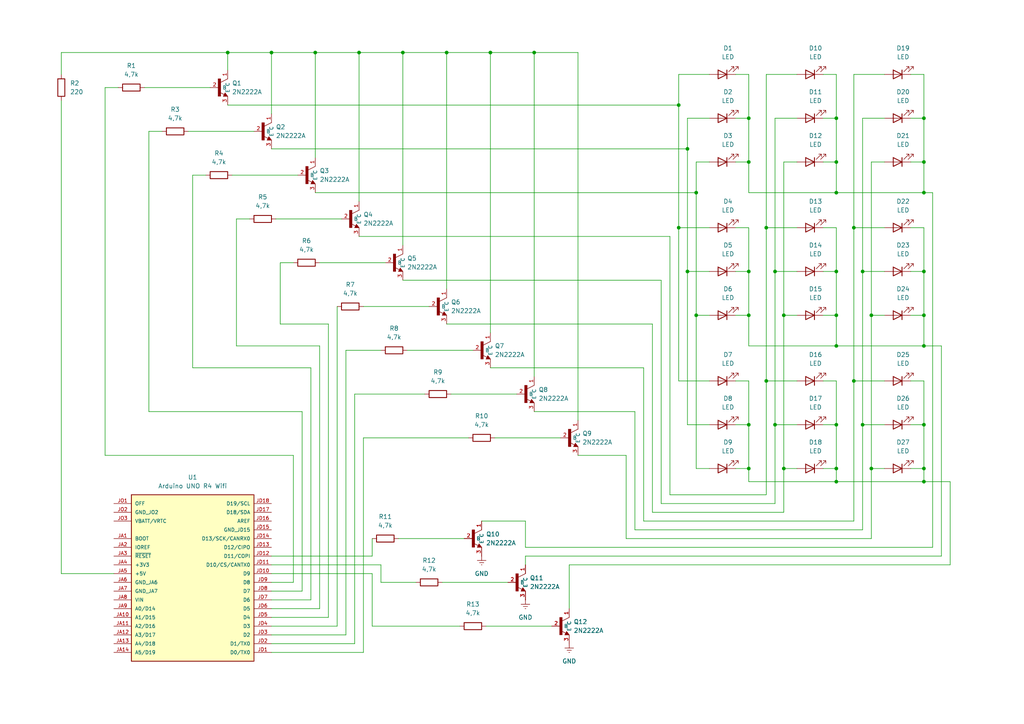
<source format=kicad_sch>
(kicad_sch (version 20231120) (generator "eeschema") (generator_version "8.0")
  (paper "A4")
  (title_block (title "LedCube") (company "kwasek.org Mateusz Kwaśniewicz"))
  (lib_symbols
    (symbol "2N2222A:2N2222A" (pin_names (offset 1.016))
      (property "Reference" "Q" (at -10.16 7.62 0))
      (property "Value" "2N2222A" (at -10.16 -7.62 0))
      (symbol "2N2222A_0_0"
        (rectangle (start -0.254 -2.54) (end 0.508 2.54) (stroke (width 0.1)) (fill (type outline)))
        (polyline (pts (xy 1.54 -2.04) (xy 0.308 -1.424)) (stroke (width 0.1524)))
        (polyline (pts (xy 2.54 2.54) (xy 0.508 1.524)) (stroke (width 0.1524)))
        (polyline (pts (xy 1.27 -2.54) (xy 1.778 -1.524) (xy 2.54 -2.54) (xy 1.27 -2.54)) (stroke (width 0.1524)) (fill (type outline)))
        (pin passive line (at 2.54 5.08 270) (length 2.54) (name "C") (number "1"))
        (pin passive line (at -2.54 0 0) (length 2.54) (name "B") (number "2"))
        (pin passive line (at 2.54 -5.08 90) (length 2.54) (name "E") (number "3"))
      )
    )
    (symbol "ABX00087:ABX00087" (pin_names (offset 1.016))
      (property "Reference" "U" (at -17.78 26.162 0))
      (property "Value" "ABX00087" (at -17.78 -25.4 0))
      (symbol "ABX00087_0_0"
        (rectangle (start -17.78 -22.86) (end 17.78 25.4) (stroke (width 0.254)) (fill (type background)))
        (pin passive line (at -22.86 12.7 0) (length 5.08) (name "BOOT") (number "JA1"))
        (pin bidirectional line (at -22.86 -10.16 0) (length 5.08) (name "A1/D15") (number "JA10"))
        (pin bidirectional line (at -22.86 -12.7 0) (length 5.08) (name "A2/D16") (number "JA11"))
        (pin bidirectional line (at -22.86 -15.24 0) (length 5.08) (name "A3/D17") (number "JA12"))
        (pin bidirectional line (at -22.86 -17.78 0) (length 5.08) (name "A4/D18") (number "JA13"))
        (pin bidirectional line (at -22.86 -20.32 0) (length 5.08) (name "A5/D19") (number "JA14"))
        (pin input line (at -22.86 10.16 0) (length 5.08) (name "IOREF") (number "JA2"))
        (pin input line (at -22.86 7.62 0) (length 5.08) (name "~{RESET}") (number "JA3"))
        (pin power_in line (at -22.86 5.08 0) (length 5.08) (name "+3V3") (number "JA4"))
        (pin power_in line (at -22.86 2.54 0) (length 5.08) (name "+5V") (number "JA5"))
        (pin power_in line (at -22.86 0 0) (length 5.08) (name "GND_JA6") (number "JA6"))
        (pin power_in line (at -22.86 -2.54 0) (length 5.08) (name "GND_JA7") (number "JA7"))
        (pin power_in line (at -22.86 -5.08 0) (length 5.08) (name "VIN") (number "JA8"))
        (pin bidirectional line (at -22.86 -7.62 0) (length 5.08) (name "A0/D14") (number "JA9"))
        (pin bidirectional line (at 22.86 -20.32 180) (length 5.08) (name "D0/TX0") (number "JD1"))
        (pin bidirectional line (at 22.86 2.54 180) (length 5.08) (name "D9") (number "JD10"))
        (pin bidirectional line (at 22.86 5.08 180) (length 5.08) (name "D10/CS/CANTX0") (number "JD11"))
        (pin bidirectional line (at 22.86 7.62 180) (length 5.08) (name "D11/COPI") (number "JD12"))
        (pin bidirectional line (at 22.86 10.16 180) (length 5.08) (name "D12/CIPO") (number "JD13"))
        (pin bidirectional line (at 22.86 12.7 180) (length 5.08) (name "D13/SCK/CANRX0") (number "JD14"))
        (pin power_in line (at 22.86 15.24 180) (length 5.08) (name "GND_JD15") (number "JD15"))
        (pin input line (at 22.86 17.78 180) (length 5.08) (name "AREF") (number "JD16"))
        (pin bidirectional line (at 22.86 20.32 180) (length 5.08) (name "D18/SDA") (number "JD17"))
        (pin bidirectional line (at 22.86 22.86 180) (length 5.08) (name "D19/SCL") (number "JD18"))
        (pin bidirectional line (at 22.86 -17.78 180) (length 5.08) (name "D1/TX0") (number "JD2"))
        (pin bidirectional line (at 22.86 -15.24 180) (length 5.08) (name "D2") (number "JD3"))
        (pin bidirectional line (at 22.86 -12.7 180) (length 5.08) (name "D3") (number "JD4"))
        (pin bidirectional line (at 22.86 -10.16 180) (length 5.08) (name "D4") (number "JD5"))
        (pin bidirectional line (at 22.86 -7.62 180) (length 5.08) (name "D5") (number "JD6"))
        (pin bidirectional line (at 22.86 -5.08 180) (length 5.08) (name "D6") (number "JD7"))
        (pin bidirectional line (at 22.86 -2.54 180) (length 5.08) (name "D7") (number "JD8"))
        (pin bidirectional line (at 22.86 0 180) (length 5.08) (name "D8") (number "JD9"))
        (pin input line (at -22.86 22.86 0) (length 5.08) (name "OFF") (number "JO1"))
        (pin power_in line (at -22.86 20.32 0) (length 5.08) (name "GND_JO2") (number "JO2"))
        (pin power_in line (at -22.86 17.78 0) (length 5.08) (name "VBATT/VRTC") (number "JO3"))
      )
    )
    (symbol "Device:LED" (pin_numbers hide) (pin_names (offset 1.016) hide)
      (property "Reference" "D" (at 0 2.54 0))
      (property "Value" "LED" (at 0 -2.54 0))
      (symbol "LED_0_1"
        (polyline (pts (xy -1.27 -1.27) (xy -1.27 1.27)) (stroke (width 0.254)))
        (polyline (pts (xy -1.27 0) (xy 1.27 0)))
        (polyline (pts (xy 1.27 -1.27) (xy 1.27 1.27) (xy -1.27 0) (xy 1.27 -1.27)) (stroke (width 0.254)))
        (polyline (pts (xy -3.048 -0.762) (xy -4.572 -2.286) (xy -3.81 -2.286) (xy -4.572 -2.286) (xy -4.572 -1.524)))
        (polyline (pts (xy -1.778 -0.762) (xy -3.302 -2.286) (xy -2.54 -2.286) (xy -3.302 -2.286) (xy -3.302 -1.524)))
      )
      (symbol "LED_1_1"
        (pin passive line (at -3.81 0 0) (length 2.54) (name "K") (number "1"))
        (pin passive line (at 3.81 0 180) (length 2.54) (name "A") (number "2"))
      )
    )
    (symbol "Device:R" (pin_numbers hide) (pin_names (offset 0))
      (property "Reference" "R" (at 2.032 0 90))
      (property "Value" "R" (at 0 0 90))
      (symbol "R_0_1"
        (rectangle (start -1.016 -2.54) (end 1.016 2.54) (stroke (width 0.254)))
      )
      (symbol "R_1_1"
        (pin passive line (at 0 3.81 270) (length 1.27) (name "~") (number "1"))
        (pin passive line (at 0 -3.81 90) (length 1.27) (name "~") (number "2"))
      )
    )
    (symbol "power:Earth" (power) (pin_numbers hide) (pin_names (offset 0) hide)
      (property "Value" "Earth" (at 0 -3.81 0))
      (symbol "Earth_0_1"
        (polyline (pts (xy -0.635 -1.905) (xy 0.635 -1.905)))
        (polyline (pts (xy -0.127 -2.54) (xy 0.127 -2.54)))
        (polyline (pts (xy 0 -1.27) (xy 0 0)))
        (polyline (pts (xy 1.27 -1.27) (xy -1.27 -1.27)))
      )
      (symbol "Earth_1_1"
        (pin power_in line (at 0 0 270) (length 0) (name "~") (number "1"))
      )
    )
  )
  (junction (at 242.57 55.88))
  (junction (at 154.94 15.24))
  (junction (at 142.24 15.24))
  (junction (at 217.17 91.44))
  (junction (at 267.97 91.44))
  (junction (at 247.65 66.04))
  (junction (at 242.57 139.7))
  (junction (at 217.17 135.89))
  (junction (at 267.97 135.89))
  (junction (at 222.25 110.49))
  (junction (at 224.79 78.74))
  (junction (at 199.39 43.18))
  (junction (at 91.44 15.24))
  (junction (at 252.73 91.44))
  (junction (at 104.14 15.24))
  (junction (at 242.57 78.74))
  (junction (at 196.85 30.48))
  (junction (at 217.17 34.29))
  (junction (at 222.25 66.04))
  (junction (at 199.39 78.74))
  (junction (at 267.97 123.19))
  (junction (at 267.97 78.74))
  (junction (at 201.93 55.88))
  (junction (at 224.79 123.19))
  (junction (at 129.54 15.24))
  (junction (at 250.19 123.19))
  (junction (at 242.57 100.33))
  (junction (at 116.84 15.24))
  (junction (at 267.97 139.7))
  (junction (at 242.57 123.19))
  (junction (at 252.73 135.89))
  (junction (at 217.17 123.19))
  (junction (at 242.57 46.99))
  (junction (at 250.19 78.74))
  (junction (at 267.97 34.29))
  (junction (at 217.17 46.99))
  (junction (at 217.17 78.74))
  (junction (at 227.33 135.89))
  (junction (at 227.33 91.44))
  (junction (at 242.57 91.44))
  (junction (at 201.93 91.44))
  (junction (at 242.57 34.29))
  (junction (at 247.65 110.49))
  (junction (at 267.97 100.33))
  (junction (at 242.57 135.89))
  (junction (at 196.85 66.04))
  (junction (at 66.04 15.24))
  (junction (at 267.97 46.99))
  (junction (at 78.74 15.24))
  (junction (at 267.97 55.88))
  (wire (pts (xy 242.57 21.59) (xy 242.57 34.29)))
  (wire (pts (xy 199.39 123.19) (xy 205.74 123.19)))
  (wire (pts (xy 224.79 123.19) (xy 231.14 123.19)))
  (wire (pts (xy 152.4 161.29) (xy 152.4 163.83)))
  (wire (pts (xy 186.69 151.13) (xy 247.65 151.13)))
  (wire (pts (xy 252.73 46.99) (xy 252.73 91.44)))
  (wire (pts (xy 181.61 156.21) (xy 252.73 156.21)))
  (wire (pts (xy 85.09 132.08) (xy 30.48 132.08)))
  (wire (pts (xy 100.33 184.15) (xy 100.33 101.6)))
  (wire (pts (xy 189.23 148.59) (xy 227.33 148.59)))
  (wire (pts (xy 242.57 100.33) (xy 267.97 100.33)))
  (wire (pts (xy 78.74 186.69) (xy 102.87 186.69)))
  (wire (pts (xy 68.58 100.33) (xy 92.71 100.33)))
  (wire (pts (xy 87.63 119.38) (xy 43.18 119.38)))
  (wire (pts (xy 267.97 110.49) (xy 267.97 123.19)))
  (wire (pts (xy 273.05 100.33) (xy 273.05 161.29)))
  (wire (pts (xy 227.33 91.44) (xy 231.14 91.44)))
  (wire (pts (xy 105.41 88.9) (xy 124.46 88.9)))
  (wire (pts (xy 217.17 123.19) (xy 217.17 135.89)))
  (wire (pts (xy 17.78 15.24) (xy 66.04 15.24)))
  (wire (pts (xy 105.41 127) (xy 135.89 127)))
  (wire (pts (xy 110.49 168.91) (xy 120.65 168.91)))
  (wire (pts (xy 129.54 15.24) (xy 142.24 15.24)))
  (wire (pts (xy 213.36 110.49) (xy 217.17 110.49)))
  (wire (pts (xy 72.39 63.5) (xy 68.58 63.5)))
  (wire (pts (xy 205.74 46.99) (xy 201.93 46.99)))
  (wire (pts (xy 78.74 171.45) (xy 87.63 171.45)))
  (wire (pts (xy 66.04 30.48) (xy 196.85 30.48)))
  (wire (pts (xy 238.76 34.29) (xy 242.57 34.29)))
  (wire (pts (xy 199.39 78.74) (xy 205.74 78.74)))
  (wire (pts (xy 213.36 21.59) (xy 217.17 21.59)))
  (wire (pts (xy 196.85 66.04) (xy 196.85 110.49)))
  (wire (pts (xy 167.64 15.24) (xy 167.64 121.92)))
  (wire (pts (xy 104.14 15.24) (xy 116.84 15.24)))
  (wire (pts (xy 264.16 46.99) (xy 267.97 46.99)))
  (wire (pts (xy 59.69 50.8) (xy 55.88 50.8)))
  (wire (pts (xy 238.76 78.74) (xy 242.57 78.74)))
  (wire (pts (xy 90.17 106.68) (xy 90.17 173.99)))
  (wire (pts (xy 222.25 110.49) (xy 222.25 143.51)))
  (wire (pts (xy 242.57 135.89) (xy 242.57 139.7)))
  (wire (pts (xy 238.76 135.89) (xy 242.57 135.89)))
  (wire (pts (xy 66.04 15.24) (xy 78.74 15.24)))
  (wire (pts (xy 130.81 114.3) (xy 149.86 114.3)))
  (wire (pts (xy 78.74 184.15) (xy 100.33 184.15)))
  (wire (pts (xy 41.91 25.4) (xy 60.96 25.4)))
  (wire (pts (xy 217.17 100.33) (xy 242.57 100.33)))
  (wire (pts (xy 91.44 55.88) (xy 201.93 55.88)))
  (wire (pts (xy 201.93 46.99) (xy 201.93 55.88)))
  (wire (pts (xy 250.19 78.74) (xy 250.19 123.19)))
  (wire (pts (xy 118.11 101.6) (xy 137.16 101.6)))
  (wire (pts (xy 264.16 110.49) (xy 267.97 110.49)))
  (wire (pts (xy 143.51 127) (xy 162.56 127)))
  (wire (pts (xy 275.59 139.7) (xy 275.59 163.83)))
  (wire (pts (xy 191.77 146.05) (xy 224.79 146.05)))
  (wire (pts (xy 196.85 30.48) (xy 196.85 66.04)))
  (wire (pts (xy 17.78 29.21) (xy 17.78 166.37)))
  (wire (pts (xy 250.19 34.29) (xy 250.19 78.74)))
  (wire (pts (xy 102.87 114.3) (xy 123.19 114.3)))
  (wire (pts (xy 43.18 119.38) (xy 43.18 38.1)))
  (wire (pts (xy 227.33 135.89) (xy 231.14 135.89)))
  (wire (pts (xy 264.16 34.29) (xy 267.97 34.29)))
  (wire (pts (xy 55.88 106.68) (xy 90.17 106.68)))
  (wire (pts (xy 78.74 189.23) (xy 105.41 189.23)))
  (wire (pts (xy 222.25 66.04) (xy 231.14 66.04)))
  (wire (pts (xy 242.57 46.99) (xy 242.57 55.88)))
  (wire (pts (xy 43.18 38.1) (xy 46.99 38.1)))
  (wire (pts (xy 154.94 15.24) (xy 154.94 109.22)))
  (wire (pts (xy 128.27 168.91) (xy 147.32 168.91)))
  (wire (pts (xy 227.33 135.89) (xy 227.33 148.59)))
  (wire (pts (xy 247.65 66.04) (xy 247.65 110.49)))
  (wire (pts (xy 256.54 21.59) (xy 247.65 21.59)))
  (wire (pts (xy 55.88 50.8) (xy 55.88 106.68)))
  (wire (pts (xy 30.48 132.08) (xy 30.48 25.4)))
  (wire (pts (xy 267.97 91.44) (xy 267.97 100.33)))
  (wire (pts (xy 80.01 63.5) (xy 99.06 63.5)))
  (wire (pts (xy 78.74 163.83) (xy 110.49 163.83)))
  (wire (pts (xy 213.36 135.89) (xy 217.17 135.89)))
  (wire (pts (xy 139.7 151.13) (xy 152.4 151.13)))
  (wire (pts (xy 227.33 91.44) (xy 227.33 135.89)))
  (wire (pts (xy 224.79 78.74) (xy 224.79 123.19)))
  (wire (pts (xy 194.31 143.51) (xy 222.25 143.51)))
  (wire (pts (xy 184.15 119.38) (xy 184.15 153.67)))
  (wire (pts (xy 247.65 66.04) (xy 256.54 66.04)))
  (wire (pts (xy 104.14 15.24) (xy 104.14 58.42)))
  (wire (pts (xy 191.77 81.28) (xy 191.77 146.05)))
  (wire (pts (xy 217.17 110.49) (xy 217.17 123.19)))
  (wire (pts (xy 270.51 55.88) (xy 270.51 158.75)))
  (wire (pts (xy 252.73 135.89) (xy 256.54 135.89)))
  (wire (pts (xy 267.97 135.89) (xy 267.97 139.7)))
  (wire (pts (xy 87.63 171.45) (xy 87.63 119.38)))
  (wire (pts (xy 238.76 91.44) (xy 242.57 91.44)))
  (wire (pts (xy 217.17 34.29) (xy 217.17 46.99)))
  (wire (pts (xy 78.74 176.53) (xy 92.71 176.53)))
  (wire (pts (xy 238.76 21.59) (xy 242.57 21.59)))
  (wire (pts (xy 252.73 91.44) (xy 256.54 91.44)))
  (wire (pts (xy 165.1 163.83) (xy 275.59 163.83)))
  (wire (pts (xy 222.25 110.49) (xy 231.14 110.49)))
  (wire (pts (xy 107.95 166.37) (xy 107.95 181.61)))
  (wire (pts (xy 242.57 66.04) (xy 242.57 78.74)))
  (wire (pts (xy 213.36 34.29) (xy 217.17 34.29)))
  (wire (pts (xy 68.58 63.5) (xy 68.58 100.33)))
  (wire (pts (xy 78.74 181.61) (xy 97.79 181.61)))
  (wire (pts (xy 252.73 91.44) (xy 252.73 135.89)))
  (wire (pts (xy 213.36 66.04) (xy 217.17 66.04)))
  (wire (pts (xy 267.97 46.99) (xy 267.97 55.88)))
  (wire (pts (xy 17.78 166.37) (xy 33.02 166.37)))
  (wire (pts (xy 264.16 91.44) (xy 267.97 91.44)))
  (wire (pts (xy 247.65 21.59) (xy 247.65 66.04)))
  (wire (pts (xy 264.16 66.04) (xy 267.97 66.04)))
  (wire (pts (xy 224.79 34.29) (xy 224.79 78.74)))
  (wire (pts (xy 238.76 46.99) (xy 242.57 46.99)))
  (wire (pts (xy 217.17 139.7) (xy 242.57 139.7)))
  (wire (pts (xy 250.19 123.19) (xy 256.54 123.19)))
  (wire (pts (xy 201.93 55.88) (xy 201.93 91.44)))
  (wire (pts (xy 267.97 139.7) (xy 275.59 139.7)))
  (wire (pts (xy 224.79 78.74) (xy 231.14 78.74)))
  (wire (pts (xy 67.31 50.8) (xy 86.36 50.8)))
  (wire (pts (xy 199.39 43.18) (xy 199.39 78.74)))
  (wire (pts (xy 213.36 46.99) (xy 217.17 46.99)))
  (wire (pts (xy 54.61 38.1) (xy 73.66 38.1)))
  (wire (pts (xy 267.97 21.59) (xy 267.97 34.29)))
  (wire (pts (xy 264.16 78.74) (xy 267.97 78.74)))
  (wire (pts (xy 222.25 66.04) (xy 222.25 110.49)))
  (wire (pts (xy 81.28 76.2) (xy 81.28 93.98)))
  (wire (pts (xy 205.74 34.29) (xy 199.39 34.29)))
  (wire (pts (xy 238.76 123.19) (xy 242.57 123.19)))
  (wire (pts (xy 242.57 139.7) (xy 267.97 139.7)))
  (wire (pts (xy 102.87 186.69) (xy 102.87 114.3)))
  (wire (pts (xy 231.14 21.59) (xy 222.25 21.59)))
  (wire (pts (xy 184.15 153.67) (xy 250.19 153.67)))
  (wire (pts (xy 242.57 110.49) (xy 242.57 123.19)))
  (wire (pts (xy 78.74 43.18) (xy 199.39 43.18)))
  (wire (pts (xy 116.84 81.28) (xy 191.77 81.28)))
  (wire (pts (xy 129.54 15.24) (xy 129.54 83.82)))
  (wire (pts (xy 217.17 91.44) (xy 217.17 100.33)))
  (wire (pts (xy 250.19 123.19) (xy 250.19 153.67)))
  (wire (pts (xy 140.97 181.61) (xy 160.02 181.61)))
  (wire (pts (xy 78.74 168.91) (xy 85.09 168.91)))
  (wire (pts (xy 104.14 68.58) (xy 194.31 68.58)))
  (wire (pts (xy 264.16 21.59) (xy 267.97 21.59)))
  (wire (pts (xy 196.85 21.59) (xy 196.85 30.48)))
  (wire (pts (xy 217.17 78.74) (xy 217.17 91.44)))
  (wire (pts (xy 85.09 76.2) (xy 81.28 76.2)))
  (wire (pts (xy 78.74 179.07) (xy 95.25 179.07)))
  (wire (pts (xy 252.73 135.89) (xy 252.73 156.21)))
  (wire (pts (xy 194.31 68.58) (xy 194.31 143.51)))
  (wire (pts (xy 110.49 163.83) (xy 110.49 168.91)))
  (wire (pts (xy 267.97 55.88) (xy 270.51 55.88)))
  (wire (pts (xy 242.57 123.19) (xy 242.57 135.89)))
  (wire (pts (xy 256.54 34.29) (xy 250.19 34.29)))
  (wire (pts (xy 199.39 34.29) (xy 199.39 43.18)))
  (wire (pts (xy 107.95 181.61) (xy 133.35 181.61)))
  (wire (pts (xy 142.24 106.68) (xy 186.69 106.68)))
  (wire (pts (xy 116.84 15.24) (xy 129.54 15.24)))
  (wire (pts (xy 78.74 33.02) (xy 78.74 15.24)))
  (wire (pts (xy 78.74 173.99) (xy 90.17 173.99)))
  (wire (pts (xy 167.64 132.08) (xy 181.61 132.08)))
  (wire (pts (xy 97.79 88.9) (xy 97.79 181.61)))
  (wire (pts (xy 186.69 106.68) (xy 186.69 151.13)))
  (wire (pts (xy 154.94 119.38) (xy 184.15 119.38)))
  (wire (pts (xy 92.71 76.2) (xy 111.76 76.2)))
  (wire (pts (xy 154.94 15.24) (xy 167.64 15.24)))
  (wire (pts (xy 196.85 66.04) (xy 205.74 66.04)))
  (wire (pts (xy 217.17 55.88) (xy 242.57 55.88)))
  (wire (pts (xy 222.25 21.59) (xy 222.25 66.04)))
  (wire (pts (xy 217.17 21.59) (xy 217.17 34.29)))
  (wire (pts (xy 224.79 123.19) (xy 224.79 146.05)))
  (wire (pts (xy 247.65 110.49) (xy 247.65 151.13)))
  (wire (pts (xy 242.57 91.44) (xy 242.57 100.33)))
  (wire (pts (xy 100.33 101.6) (xy 110.49 101.6)))
  (wire (pts (xy 267.97 34.29) (xy 267.97 46.99)))
  (wire (pts (xy 227.33 46.99) (xy 227.33 91.44)))
  (wire (pts (xy 142.24 15.24) (xy 154.94 15.24)))
  (wire (pts (xy 91.44 15.24) (xy 104.14 15.24)))
  (wire (pts (xy 238.76 66.04) (xy 242.57 66.04)))
  (wire (pts (xy 264.16 123.19) (xy 267.97 123.19)))
  (wire (pts (xy 242.57 55.88) (xy 267.97 55.88)))
  (wire (pts (xy 152.4 158.75) (xy 270.51 158.75)))
  (wire (pts (xy 217.17 66.04) (xy 217.17 78.74)))
  (wire (pts (xy 142.24 15.24) (xy 142.24 96.52)))
  (wire (pts (xy 217.17 46.99) (xy 217.17 55.88)))
  (wire (pts (xy 231.14 46.99) (xy 227.33 46.99)))
  (wire (pts (xy 267.97 66.04) (xy 267.97 78.74)))
  (wire (pts (xy 267.97 100.33) (xy 273.05 100.33)))
  (wire (pts (xy 91.44 15.24) (xy 91.44 45.72)))
  (wire (pts (xy 189.23 93.98) (xy 189.23 148.59)))
  (wire (pts (xy 95.25 93.98) (xy 95.25 179.07)))
  (wire (pts (xy 250.19 78.74) (xy 256.54 78.74)))
  (wire (pts (xy 129.54 93.98) (xy 189.23 93.98)))
  (wire (pts (xy 181.61 132.08) (xy 181.61 156.21)))
  (wire (pts (xy 30.48 25.4) (xy 34.29 25.4)))
  (wire (pts (xy 201.93 91.44) (xy 201.93 135.89)))
  (wire (pts (xy 152.4 161.29) (xy 273.05 161.29)))
  (wire (pts (xy 213.36 123.19) (xy 217.17 123.19)))
  (wire (pts (xy 217.17 135.89) (xy 217.17 139.7)))
  (wire (pts (xy 201.93 91.44) (xy 205.74 91.44)))
  (wire (pts (xy 92.71 100.33) (xy 92.71 176.53)))
  (wire (pts (xy 107.95 156.21) (xy 107.95 161.29)))
  (wire (pts (xy 81.28 93.98) (xy 95.25 93.98)))
  (wire (pts (xy 267.97 78.74) (xy 267.97 91.44)))
  (wire (pts (xy 213.36 91.44) (xy 217.17 91.44)))
  (wire (pts (xy 264.16 135.89) (xy 267.97 135.89)))
  (wire (pts (xy 152.4 158.75) (xy 152.4 151.13)))
  (wire (pts (xy 242.57 34.29) (xy 242.57 46.99)))
  (wire (pts (xy 267.97 123.19) (xy 267.97 135.89)))
  (wire (pts (xy 201.93 135.89) (xy 205.74 135.89)))
  (wire (pts (xy 256.54 46.99) (xy 252.73 46.99)))
  (wire (pts (xy 196.85 110.49) (xy 205.74 110.49)))
  (wire (pts (xy 17.78 21.59) (xy 17.78 15.24)))
  (wire (pts (xy 238.76 110.49) (xy 242.57 110.49)))
  (wire (pts (xy 85.09 168.91) (xy 85.09 132.08)))
  (wire (pts (xy 116.84 15.24) (xy 116.84 71.12)))
  (wire (pts (xy 66.04 15.24) (xy 66.04 20.32)))
  (wire (pts (xy 242.57 78.74) (xy 242.57 91.44)))
  (wire (pts (xy 78.74 161.29) (xy 107.95 161.29)))
  (wire (pts (xy 78.74 15.24) (xy 91.44 15.24)))
  (wire (pts (xy 105.41 189.23) (xy 105.41 127)))
  (wire (pts (xy 199.39 78.74) (xy 199.39 123.19)))
  (wire (pts (xy 165.1 163.83) (xy 165.1 176.53)))
  (wire (pts (xy 231.14 34.29) (xy 224.79 34.29)))
  (wire (pts (xy 247.65 110.49) (xy 256.54 110.49)))
  (wire (pts (xy 78.74 166.37) (xy 107.95 166.37)))
  (wire (pts (xy 115.57 156.21) (xy 134.62 156.21)))
  (wire (pts (xy 205.74 21.59) (xy 196.85 21.59)))
  (wire (pts (xy 213.36 78.74) (xy 217.17 78.74)))
  (symbol (lib_id "Device:LED") (at 209.55 78.74 180) (unit 1)
    (property "Reference" "D5" (at 211.1375 71.12 0))
    (property "Value" "LED" (at 211.1375 73.66 0))
    (property "Description" "Light emitting diode" (effects (hide yes)))
  )
  (symbol (lib_id "2N2222A:2N2222A") (at 76.2 38.1 0) (unit 1)
    (property "Reference" "Q2" (at 80.01 36.8299 0) (effects (justify left)))
    (property "Value" "2N2222A" (at 80.01 39.3699 0) (effects (justify left)))
    (property "Footprint" "2N2222A:TO92254P470H750-3" (effects (hide yes)))
    (property "MF" "Diotec Semiconductor" (effects (hide yes)))
    (property "SNAPEDA_PACKAGE_ID" "121774" (effects (hide yes)))
    (property "Package" "TO-92 Diotec" (effects (hide yes)))
    (property "Price" "None" (effects (hide yes)))
    (property "Check_prices" "https://www.snapeda.com/parts/2N2222A/Diotec/view-part/?ref=eda" (effects (hide yes)))
    (property "STANDARD" "IPC 7351B" (effects (hide yes)))
    (property "PARTREV" "N/A" (effects (hide yes)))
    (property "SnapEDA_Link" "https://www.snapeda.com/parts/2N2222A/Diotec/view-part/?ref=snap" (effects (hide yes)))
    (property "MP" "2N2222A" (effects (hide yes)))
    (property "Description_1" "\n                      \n                            BJT, TO-92, 40V, 600mA, NPN, 0.625W, 150°C\n                      \n" (effects (hide yes)))
    (property "MANUFACTURER" "Diotec Semiconductor" (effects (hide yes)))
    (property "Availability" "In Stock" (effects (hide yes)))
    (property "MAXIMUM_PACKAGE_HEIGHT" "7.5 mm" (effects (hide yes)))
  )
  (symbol (lib_id "Device:LED") (at 234.95 34.29 180) (unit 1)
    (property "Reference" "D11" (at 236.5375 26.67 0))
    (property "Value" "LED" (at 236.5375 29.21 0))
    (property "Description" "Light emitting diode" (effects (hide yes)))
  )
  (symbol (lib_id "Device:R") (at 114.3 101.6 90) (unit 1)
    (property "Reference" "R8" (at 114.3 95.25 90))
    (property "Value" "4,7k" (at 114.3 97.79 90))
    (property "Description" "Resistor" (effects (hide yes)))
  )
  (symbol (lib_id "2N2222A:2N2222A") (at 152.4 114.3 0) (unit 1)
    (property "Reference" "Q8" (at 156.21 113.0299 0) (effects (justify left)))
    (property "Value" "2N2222A" (at 156.21 115.5699 0) (effects (justify left)))
    (property "Footprint" "2N2222A:TO92254P470H750-3" (effects (hide yes)))
    (property "MF" "Diotec Semiconductor" (effects (hide yes)))
    (property "SNAPEDA_PACKAGE_ID" "121774" (effects (hide yes)))
    (property "Package" "TO-92 Diotec" (effects (hide yes)))
    (property "Price" "None" (effects (hide yes)))
    (property "Check_prices" "https://www.snapeda.com/parts/2N2222A/Diotec/view-part/?ref=eda" (effects (hide yes)))
    (property "STANDARD" "IPC 7351B" (effects (hide yes)))
    (property "PARTREV" "N/A" (effects (hide yes)))
    (property "SnapEDA_Link" "https://www.snapeda.com/parts/2N2222A/Diotec/view-part/?ref=snap" (effects (hide yes)))
    (property "MP" "2N2222A" (effects (hide yes)))
    (property "Description_1" "\n                      \n                            BJT, TO-92, 40V, 600mA, NPN, 0.625W, 150°C\n                      \n" (effects (hide yes)))
    (property "MANUFACTURER" "Diotec Semiconductor" (effects (hide yes)))
    (property "Availability" "In Stock" (effects (hide yes)))
    (property "MAXIMUM_PACKAGE_HEIGHT" "7.5 mm" (effects (hide yes)))
  )
  (symbol (lib_id "Device:R") (at 137.16 181.61 90) (unit 1)
    (property "Reference" "R13" (at 137.16 175.26 90))
    (property "Value" "4,7k" (at 137.16 177.8 90))
    (property "Description" "Resistor" (effects (hide yes)))
  )
  (symbol (lib_id "Device:LED") (at 260.35 135.89 180) (unit 1)
    (property "Reference" "D27" (at 261.9375 128.27 0))
    (property "Value" "LED" (at 261.9375 130.81 0))
    (property "Description" "Light emitting diode" (effects (hide yes)))
  )
  (symbol (lib_id "Device:LED") (at 234.95 123.19 180) (unit 1)
    (property "Reference" "D17" (at 236.5375 115.57 0))
    (property "Value" "LED" (at 236.5375 118.11 0))
    (property "Description" "Light emitting diode" (effects (hide yes)))
  )
  (symbol (lib_id "2N2222A:2N2222A") (at 127 88.9 0) (unit 1)
    (property "Reference" "Q6" (at 130.81 87.6299 0) (effects (justify left)))
    (property "Value" "2N2222A" (at 130.81 90.1699 0) (effects (justify left)))
    (property "Footprint" "2N2222A:TO92254P470H750-3" (effects (hide yes)))
    (property "MF" "Diotec Semiconductor" (effects (hide yes)))
    (property "SNAPEDA_PACKAGE_ID" "121774" (effects (hide yes)))
    (property "Package" "TO-92 Diotec" (effects (hide yes)))
    (property "Price" "None" (effects (hide yes)))
    (property "Check_prices" "https://www.snapeda.com/parts/2N2222A/Diotec/view-part/?ref=eda" (effects (hide yes)))
    (property "STANDARD" "IPC 7351B" (effects (hide yes)))
    (property "PARTREV" "N/A" (effects (hide yes)))
    (property "SnapEDA_Link" "https://www.snapeda.com/parts/2N2222A/Diotec/view-part/?ref=snap" (effects (hide yes)))
    (property "MP" "2N2222A" (effects (hide yes)))
    (property "Description_1" "\n                      \n                            BJT, TO-92, 40V, 600mA, NPN, 0.625W, 150°C\n                      \n" (effects (hide yes)))
    (property "MANUFACTURER" "Diotec Semiconductor" (effects (hide yes)))
    (property "Availability" "In Stock" (effects (hide yes)))
    (property "MAXIMUM_PACKAGE_HEIGHT" "7.5 mm" (effects (hide yes)))
  )
  (symbol (lib_id "Device:R") (at 38.1 25.4 90) (unit 1)
    (property "Reference" "R1" (at 38.1 19.05 90))
    (property "Value" "4,7k" (at 38.1 21.59 90))
    (property "Description" "Resistor" (effects (hide yes)))
  )
  (symbol (lib_id "Device:R") (at 76.2 63.5 90) (unit 1)
    (property "Reference" "R5" (at 76.2 57.15 90))
    (property "Value" "4,7k" (at 76.2 59.69 90))
    (property "Description" "Resistor" (effects (hide yes)))
  )
  (symbol (lib_id "2N2222A:2N2222A") (at 165.1 127 0) (unit 1)
    (property "Reference" "Q9" (at 168.91 125.7299 0) (effects (justify left)))
    (property "Value" "2N2222A" (at 168.91 128.2699 0) (effects (justify left)))
    (property "Footprint" "2N2222A:TO92254P470H750-3" (effects (hide yes)))
    (property "MF" "Diotec Semiconductor" (effects (hide yes)))
    (property "SNAPEDA_PACKAGE_ID" "121774" (effects (hide yes)))
    (property "Package" "TO-92 Diotec" (effects (hide yes)))
    (property "Price" "None" (effects (hide yes)))
    (property "Check_prices" "https://www.snapeda.com/parts/2N2222A/Diotec/view-part/?ref=eda" (effects (hide yes)))
    (property "STANDARD" "IPC 7351B" (effects (hide yes)))
    (property "PARTREV" "N/A" (effects (hide yes)))
    (property "SnapEDA_Link" "https://www.snapeda.com/parts/2N2222A/Diotec/view-part/?ref=snap" (effects (hide yes)))
    (property "MP" "2N2222A" (effects (hide yes)))
    (property "Description_1" "\n                      \n                            BJT, TO-92, 40V, 600mA, NPN, 0.625W, 150°C\n                      \n" (effects (hide yes)))
    (property "MANUFACTURER" "Diotec Semiconductor" (effects (hide yes)))
    (property "Availability" "In Stock" (effects (hide yes)))
    (property "MAXIMUM_PACKAGE_HEIGHT" "7.5 mm" (effects (hide yes)))
  )
  (symbol (lib_id "Device:R") (at 50.8 38.1 90) (unit 1)
    (property "Reference" "R3" (at 50.8 31.75 90))
    (property "Value" "4,7k" (at 50.8 34.29 90))
    (property "Description" "Resistor" (effects (hide yes)))
  )
  (symbol (lib_id "Device:LED") (at 260.35 66.04 180) (unit 1)
    (property "Reference" "D22" (at 261.9375 58.42 0))
    (property "Value" "LED" (at 261.9375 60.96 0))
    (property "Description" "Light emitting diode" (effects (hide yes)))
  )
  (symbol (lib_id "power:Earth") (at 165.1 186.69 0) (unit 1)
    (property "Reference" "#PWR03" (effects (hide yes)))
    (property "Value" "GND" (at 165.1 191.77 0))
    (property "Description" "Power symbol creates a global label with name \"Earth\"" (effects (hide yes)))
  )
  (symbol (lib_id "2N2222A:2N2222A") (at 139.7 101.6 0) (unit 1)
    (property "Reference" "Q7" (at 143.51 100.3299 0) (effects (justify left)))
    (property "Value" "2N2222A" (at 143.51 102.8699 0) (effects (justify left)))
    (property "Footprint" "2N2222A:TO92254P470H750-3" (effects (hide yes)))
    (property "MF" "Diotec Semiconductor" (effects (hide yes)))
    (property "SNAPEDA_PACKAGE_ID" "121774" (effects (hide yes)))
    (property "Package" "TO-92 Diotec" (effects (hide yes)))
    (property "Price" "None" (effects (hide yes)))
    (property "Check_prices" "https://www.snapeda.com/parts/2N2222A/Diotec/view-part/?ref=eda" (effects (hide yes)))
    (property "STANDARD" "IPC 7351B" (effects (hide yes)))
    (property "PARTREV" "N/A" (effects (hide yes)))
    (property "SnapEDA_Link" "https://www.snapeda.com/parts/2N2222A/Diotec/view-part/?ref=snap" (effects (hide yes)))
    (property "MP" "2N2222A" (effects (hide yes)))
    (property "Description_1" "\n                      \n                            BJT, TO-92, 40V, 600mA, NPN, 0.625W, 150°C\n                      \n" (effects (hide yes)))
    (property "MANUFACTURER" "Diotec Semiconductor" (effects (hide yes)))
    (property "Availability" "In Stock" (effects (hide yes)))
    (property "MAXIMUM_PACKAGE_HEIGHT" "7.5 mm" (effects (hide yes)))
  )
  (symbol (lib_id "2N2222A:2N2222A") (at 88.9 50.8 0) (unit 1)
    (property "Reference" "Q3" (at 92.71 49.5299 0) (effects (justify left)))
    (property "Value" "2N2222A" (at 92.71 52.0699 0) (effects (justify left)))
    (property "Footprint" "2N2222A:TO92254P470H750-3" (effects (hide yes)))
    (property "MF" "Diotec Semiconductor" (effects (hide yes)))
    (property "SNAPEDA_PACKAGE_ID" "121774" (effects (hide yes)))
    (property "Package" "TO-92 Diotec" (effects (hide yes)))
    (property "Price" "None" (effects (hide yes)))
    (property "Check_prices" "https://www.snapeda.com/parts/2N2222A/Diotec/view-part/?ref=eda" (effects (hide yes)))
    (property "STANDARD" "IPC 7351B" (effects (hide yes)))
    (property "PARTREV" "N/A" (effects (hide yes)))
    (property "SnapEDA_Link" "https://www.snapeda.com/parts/2N2222A/Diotec/view-part/?ref=snap" (effects (hide yes)))
    (property "MP" "2N2222A" (effects (hide yes)))
    (property "Description_1" "\n                      \n                            BJT, TO-92, 40V, 600mA, NPN, 0.625W, 150°C\n                      \n" (effects (hide yes)))
    (property "MANUFACTURER" "Diotec Semiconductor" (effects (hide yes)))
    (property "Availability" "In Stock" (effects (hide yes)))
    (property "MAXIMUM_PACKAGE_HEIGHT" "7.5 mm" (effects (hide yes)))
  )
  (symbol (lib_id "power:Earth") (at 139.7 161.29 0) (unit 1)
    (property "Reference" "#PWR01" (effects (hide yes)))
    (property "Value" "GND" (at 139.7 166.37 0))
    (property "Description" "Power symbol creates a global label with name \"Earth\"" (effects (hide yes)))
  )
  (symbol (lib_id "Device:LED") (at 260.35 21.59 180) (unit 1)
    (property "Reference" "D19" (at 261.9375 13.97 0))
    (property "Value" "LED" (at 261.9375 16.51 0))
    (property "Description" "Light emitting diode" (effects (hide yes)))
  )
  (symbol (lib_id "2N2222A:2N2222A") (at 63.5 25.4 0) (unit 1)
    (property "Reference" "Q1" (at 67.31 24.1299 0) (effects (justify left)))
    (property "Value" "2N2222A" (at 67.31 26.6699 0) (effects (justify left)))
    (property "Footprint" "2N2222A:TO92254P470H750-3" (effects (hide yes)))
    (property "MF" "Diotec Semiconductor" (effects (hide yes)))
    (property "SNAPEDA_PACKAGE_ID" "121774" (effects (hide yes)))
    (property "Package" "TO-92 Diotec" (effects (hide yes)))
    (property "Price" "None" (effects (hide yes)))
    (property "Check_prices" "https://www.snapeda.com/parts/2N2222A/Diotec/view-part/?ref=eda" (effects (hide yes)))
    (property "STANDARD" "IPC 7351B" (effects (hide yes)))
    (property "PARTREV" "N/A" (effects (hide yes)))
    (property "SnapEDA_Link" "https://www.snapeda.com/parts/2N2222A/Diotec/view-part/?ref=snap" (effects (hide yes)))
    (property "MP" "2N2222A" (effects (hide yes)))
    (property "Description_1" "\n                      \n                            BJT, TO-92, 40V, 600mA, NPN, 0.625W, 150°C\n                      \n" (effects (hide yes)))
    (property "MANUFACTURER" "Diotec Semiconductor" (effects (hide yes)))
    (property "Availability" "In Stock" (effects (hide yes)))
    (property "MAXIMUM_PACKAGE_HEIGHT" "7.5 mm" (effects (hide yes)))
  )
  (symbol (lib_id "Device:R") (at 127 114.3 90) (unit 1)
    (property "Reference" "R9" (at 127 107.95 90))
    (property "Value" "4,7k" (at 127 110.49 90))
    (property "Description" "Resistor" (effects (hide yes)))
  )
  (symbol (lib_id "ABX00087:ABX00087") (at 55.88 168.91 0) (unit 1)
    (property "Reference" "U1" (at 55.88 138.43 0))
    (property "Value" "Arduino UNO R4 Wifi" (at 55.88 140.97 0))
    (property "Footprint" "ABX00087:MODULE_ABX00087" (effects (hide yes)))
    (property "MF" "Arduino" (effects (hide yes)))
    (property "Description_1" "\n                        \n                            The Arduino UNO R4 WiFi features a 32-bit Renesas RA4M1 microcontroller (48 MHz ARM Cortex M4) and ESP32-S3-MINI-1-N8 WiFi module. The board features enhanced memory specifications with 256kB flash, 32kB SRAM, and 8kB EEPROM, while supporting both WiFi (802.11 b/g/n) and Bluetooth® 5.x connectivity at 2.4GHz. This combination of features makes it a versatile platform for wireless communication projects and IoT applications, offering significantly more processing power and connectivity options than previous UNO models.\n                        \n" (effects (hide yes)))
    (property "Package" "None" (effects (hide yes)))
    (property "Price" "None" (effects (hide yes)))
    (property "Check_prices" "https://www.snapeda.com/parts/ABX00087/Arduino/view-part/?ref=eda" (effects (hide yes)))
    (property "STANDARD" "Manufacturer Recommendations" (effects (hide yes)))
    (property "PARTREV" "4" (effects (hide yes)))
    (property "SnapEDA_Link" "https://www.snapeda.com/parts/ABX00087/Arduino/view-part/?ref=snap" (effects (hide yes)))
    (property "MP" "ABX00087" (effects (hide yes)))
    (property "Availability" "In Stock" (effects (hide yes)))
    (property "MANUFACTURER" "Arduino" (effects (hide yes)))
  )
  (symbol (lib_id "power:Earth") (at 152.4 173.99 0) (unit 1)
    (property "Reference" "#PWR02" (effects (hide yes)))
    (property "Value" "GND" (at 152.4 179.07 0))
    (property "Description" "Power symbol creates a global label with name \"Earth\"" (effects (hide yes)))
  )
  (symbol (lib_id "Device:LED") (at 234.95 66.04 180) (unit 1)
    (property "Reference" "D13" (at 236.5375 58.42 0))
    (property "Value" "LED" (at 236.5375 60.96 0))
    (property "Description" "Light emitting diode" (effects (hide yes)))
  )
  (symbol (lib_id "Device:LED") (at 260.35 78.74 180) (unit 1)
    (property "Reference" "D23" (at 261.9375 71.12 0))
    (property "Value" "LED" (at 261.9375 73.66 0))
    (property "Description" "Light emitting diode" (effects (hide yes)))
  )
  (symbol (lib_id "2N2222A:2N2222A") (at 162.56 181.61 0) (unit 1)
    (property "Reference" "Q12" (at 166.37 180.3399 0) (effects (justify left)))
    (property "Value" "2N2222A" (at 166.37 182.8799 0) (effects (justify left)))
    (property "Footprint" "2N2222A:TO92254P470H750-3" (effects (hide yes)))
    (property "MF" "Diotec Semiconductor" (effects (hide yes)))
    (property "SNAPEDA_PACKAGE_ID" "121774" (effects (hide yes)))
    (property "Package" "TO-92 Diotec" (effects (hide yes)))
    (property "Price" "None" (effects (hide yes)))
    (property "Check_prices" "https://www.snapeda.com/parts/2N2222A/Diotec/view-part/?ref=eda" (effects (hide yes)))
    (property "STANDARD" "IPC 7351B" (effects (hide yes)))
    (property "PARTREV" "N/A" (effects (hide yes)))
    (property "SnapEDA_Link" "https://www.snapeda.com/parts/2N2222A/Diotec/view-part/?ref=snap" (effects (hide yes)))
    (property "MP" "2N2222A" (effects (hide yes)))
    (property "Description_1" "\n                      \n                            BJT, TO-92, 40V, 600mA, NPN, 0.625W, 150°C\n                      \n" (effects (hide yes)))
    (property "MANUFACTURER" "Diotec Semiconductor" (effects (hide yes)))
    (property "Availability" "In Stock" (effects (hide yes)))
    (property "MAXIMUM_PACKAGE_HEIGHT" "7.5 mm" (effects (hide yes)))
  )
  (symbol (lib_id "Device:LED") (at 209.55 46.99 180) (unit 1)
    (property "Reference" "D3" (at 211.1375 39.37 0))
    (property "Value" "LED" (at 211.1375 41.91 0))
    (property "Description" "Light emitting diode" (effects (hide yes)))
  )
  (symbol (lib_id "2N2222A:2N2222A") (at 114.3 76.2 0) (unit 1)
    (property "Reference" "Q5" (at 118.11 74.9299 0) (effects (justify left)))
    (property "Value" "2N2222A" (at 118.11 77.4699 0) (effects (justify left)))
    (property "Footprint" "2N2222A:TO92254P470H750-3" (effects (hide yes)))
    (property "MF" "Diotec Semiconductor" (effects (hide yes)))
    (property "SNAPEDA_PACKAGE_ID" "121774" (effects (hide yes)))
    (property "Package" "TO-92 Diotec" (effects (hide yes)))
    (property "Price" "None" (effects (hide yes)))
    (property "Check_prices" "https://www.snapeda.com/parts/2N2222A/Diotec/view-part/?ref=eda" (effects (hide yes)))
    (property "STANDARD" "IPC 7351B" (effects (hide yes)))
    (property "PARTREV" "N/A" (effects (hide yes)))
    (property "SnapEDA_Link" "https://www.snapeda.com/parts/2N2222A/Diotec/view-part/?ref=snap" (effects (hide yes)))
    (property "MP" "2N2222A" (effects (hide yes)))
    (property "Description_1" "\n                      \n                            BJT, TO-92, 40V, 600mA, NPN, 0.625W, 150°C\n                      \n" (effects (hide yes)))
    (property "MANUFACTURER" "Diotec Semiconductor" (effects (hide yes)))
    (property "Availability" "In Stock" (effects (hide yes)))
    (property "MAXIMUM_PACKAGE_HEIGHT" "7.5 mm" (effects (hide yes)))
  )
  (symbol (lib_id "Device:LED") (at 209.55 110.49 180) (unit 1)
    (property "Reference" "D7" (at 211.1375 102.87 0))
    (property "Value" "LED" (at 211.1375 105.41 0))
    (property "Description" "Light emitting diode" (effects (hide yes)))
  )
  (symbol (lib_id "Device:LED") (at 260.35 46.99 180) (unit 1)
    (property "Reference" "D21" (at 261.9375 39.37 0))
    (property "Value" "LED" (at 261.9375 41.91 0))
    (property "Description" "Light emitting diode" (effects (hide yes)))
  )
  (symbol (lib_id "Device:LED") (at 260.35 34.29 180) (unit 1)
    (property "Reference" "D20" (at 261.9375 26.67 0))
    (property "Value" "LED" (at 261.9375 29.21 0))
    (property "Description" "Light emitting diode" (effects (hide yes)))
  )
  (symbol (lib_id "Device:LED") (at 209.55 66.04 180) (unit 1)
    (property "Reference" "D4" (at 211.1375 58.42 0))
    (property "Value" "LED" (at 211.1375 60.96 0))
    (property "Description" "Light emitting diode" (effects (hide yes)))
  )
  (symbol (lib_id "Device:LED") (at 209.55 123.19 180) (unit 1)
    (property "Reference" "D8" (at 211.1375 115.57 0))
    (property "Value" "LED" (at 211.1375 118.11 0))
    (property "Description" "Light emitting diode" (effects (hide yes)))
  )
  (symbol (lib_id "Device:R") (at 88.9 76.2 90) (unit 1)
    (property "Reference" "R6" (at 88.9 69.85 90))
    (property "Value" "4,7k" (at 88.9 72.39 90))
    (property "Description" "Resistor" (effects (hide yes)))
  )
  (symbol (lib_id "Device:LED") (at 234.95 91.44 180) (unit 1)
    (property "Reference" "D15" (at 236.5375 83.82 0))
    (property "Value" "LED" (at 236.5375 86.36 0))
    (property "Description" "Light emitting diode" (effects (hide yes)))
  )
  (symbol (lib_id "Device:LED") (at 234.95 78.74 180) (unit 1)
    (property "Reference" "D14" (at 236.5375 71.12 0))
    (property "Value" "LED" (at 236.5375 73.66 0))
    (property "Description" "Light emitting diode" (effects (hide yes)))
  )
  (symbol (lib_id "Device:LED") (at 209.55 135.89 180) (unit 1)
    (property "Reference" "D9" (at 211.1375 128.27 0))
    (property "Value" "LED" (at 211.1375 130.81 0))
    (property "Description" "Light emitting diode" (effects (hide yes)))
  )
  (symbol (lib_id "Device:LED") (at 209.55 21.59 180) (unit 1)
    (property "Reference" "D1" (at 211.1375 13.97 0))
    (property "Value" "LED" (at 211.1375 16.51 0))
    (property "Description" "Light emitting diode" (effects (hide yes)))
  )
  (symbol (lib_id "Device:R") (at 101.6 88.9 90) (unit 1)
    (property "Reference" "R7" (at 101.6 82.55 90))
    (property "Value" "4,7k" (at 101.6 85.09 90))
    (property "Description" "Resistor" (effects (hide yes)))
  )
  (symbol (lib_id "Device:LED") (at 260.35 91.44 180) (unit 1)
    (property "Reference" "D24" (at 261.9375 83.82 0))
    (property "Value" "LED" (at 261.9375 86.36 0))
    (property "Description" "Light emitting diode" (effects (hide yes)))
  )
  (symbol (lib_id "Device:LED") (at 260.35 123.19 180) (unit 1)
    (property "Reference" "D26" (at 261.9375 115.57 0))
    (property "Value" "LED" (at 261.9375 118.11 0))
    (property "Description" "Light emitting diode" (effects (hide yes)))
  )
  (symbol (lib_id "Device:R") (at 139.7 127 90) (unit 1)
    (property "Reference" "R10" (at 139.7 120.65 90))
    (property "Value" "4,7k" (at 139.7 123.19 90))
    (property "Description" "Resistor" (effects (hide yes)))
  )
  (symbol (lib_id "Device:R") (at 17.78 25.4 180) (unit 1)
    (property "Reference" "R2" (at 20.32 24.1299 0) (effects (justify right)))
    (property "Value" "220" (at 20.32 26.6699 0) (effects (justify right)))
    (property "Description" "Resistor" (effects (hide yes)))
  )
  (symbol (lib_id "Device:LED") (at 234.95 110.49 180) (unit 1)
    (property "Reference" "D16" (at 236.5375 102.87 0))
    (property "Value" "LED" (at 236.5375 105.41 0))
    (property "Description" "Light emitting diode" (effects (hide yes)))
  )
  (symbol (lib_id "Device:R") (at 63.5 50.8 90) (unit 1)
    (property "Reference" "R4" (at 63.5 44.45 90))
    (property "Value" "4,7k" (at 63.5 46.99 90))
    (property "Description" "Resistor" (effects (hide yes)))
  )
  (symbol (lib_id "2N2222A:2N2222A") (at 149.86 168.91 0) (unit 1)
    (property "Reference" "Q11" (at 153.67 167.6399 0) (effects (justify left)))
    (property "Value" "2N2222A" (at 153.67 170.1799 0) (effects (justify left)))
    (property "Footprint" "2N2222A:TO92254P470H750-3" (effects (hide yes)))
    (property "MF" "Diotec Semiconductor" (effects (hide yes)))
    (property "SNAPEDA_PACKAGE_ID" "121774" (effects (hide yes)))
    (property "Package" "TO-92 Diotec" (effects (hide yes)))
    (property "Price" "None" (effects (hide yes)))
    (property "Check_prices" "https://www.snapeda.com/parts/2N2222A/Diotec/view-part/?ref=eda" (effects (hide yes)))
    (property "STANDARD" "IPC 7351B" (effects (hide yes)))
    (property "PARTREV" "N/A" (effects (hide yes)))
    (property "SnapEDA_Link" "https://www.snapeda.com/parts/2N2222A/Diotec/view-part/?ref=snap" (effects (hide yes)))
    (property "MP" "2N2222A" (effects (hide yes)))
    (property "Description_1" "\n                      \n                            BJT, TO-92, 40V, 600mA, NPN, 0.625W, 150°C\n                      \n" (effects (hide yes)))
    (property "MANUFACTURER" "Diotec Semiconductor" (effects (hide yes)))
    (property "Availability" "In Stock" (effects (hide yes)))
    (property "MAXIMUM_PACKAGE_HEIGHT" "7.5 mm" (effects (hide yes)))
  )
  (symbol (lib_id "2N2222A:2N2222A") (at 137.16 156.21 0) (unit 1)
    (property "Reference" "Q10" (at 140.97 154.9399 0) (effects (justify left)))
    (property "Value" "2N2222A" (at 140.97 157.4799 0) (effects (justify left)))
    (property "Footprint" "2N2222A:TO92254P470H750-3" (effects (hide yes)))
    (property "MF" "Diotec Semiconductor" (effects (hide yes)))
    (property "SNAPEDA_PACKAGE_ID" "121774" (effects (hide yes)))
    (property "Package" "TO-92 Diotec" (effects (hide yes)))
    (property "Price" "None" (effects (hide yes)))
    (property "Check_prices" "https://www.snapeda.com/parts/2N2222A/Diotec/view-part/?ref=eda" (effects (hide yes)))
    (property "STANDARD" "IPC 7351B" (effects (hide yes)))
    (property "PARTREV" "N/A" (effects (hide yes)))
    (property "SnapEDA_Link" "https://www.snapeda.com/parts/2N2222A/Diotec/view-part/?ref=snap" (effects (hide yes)))
    (property "MP" "2N2222A" (effects (hide yes)))
    (property "Description_1" "\n                      \n                            BJT, TO-92, 40V, 600mA, NPN, 0.625W, 150°C\n                      \n" (effects (hide yes)))
    (property "MANUFACTURER" "Diotec Semiconductor" (effects (hide yes)))
    (property "Availability" "In Stock" (effects (hide yes)))
    (property "MAXIMUM_PACKAGE_HEIGHT" "7.5 mm" (effects (hide yes)))
  )
  (symbol (lib_id "Device:R") (at 111.76 156.21 90) (unit 1)
    (property "Reference" "R11" (at 111.76 149.86 90))
    (property "Value" "4,7k" (at 111.76 152.4 90))
    (property "Description" "Resistor" (effects (hide yes)))
  )
  (symbol (lib_id "Device:R") (at 124.46 168.91 90) (unit 1)
    (property "Reference" "R12" (at 124.46 162.56 90))
    (property "Value" "4,7k" (at 124.46 165.1 90))
    (property "Description" "Resistor" (effects (hide yes)))
  )
  (symbol (lib_id "Device:LED") (at 209.55 91.44 180) (unit 1)
    (property "Reference" "D6" (at 211.1375 83.82 0))
    (property "Value" "LED" (at 211.1375 86.36 0))
    (property "Description" "Light emitting diode" (effects (hide yes)))
  )
  (symbol (lib_id "2N2222A:2N2222A") (at 101.6 63.5 0) (unit 1)
    (property "Reference" "Q4" (at 105.41 62.2299 0) (effects (justify left)))
    (property "Value" "2N2222A" (at 105.41 64.7699 0) (effects (justify left)))
    (property "Footprint" "2N2222A:TO92254P470H750-3" (effects (hide yes)))
    (property "MF" "Diotec Semiconductor" (effects (hide yes)))
    (property "SNAPEDA_PACKAGE_ID" "121774" (effects (hide yes)))
    (property "Package" "TO-92 Diotec" (effects (hide yes)))
    (property "Price" "None" (effects (hide yes)))
    (property "Check_prices" "https://www.snapeda.com/parts/2N2222A/Diotec/view-part/?ref=eda" (effects (hide yes)))
    (property "STANDARD" "IPC 7351B" (effects (hide yes)))
    (property "PARTREV" "N/A" (effects (hide yes)))
    (property "SnapEDA_Link" "https://www.snapeda.com/parts/2N2222A/Diotec/view-part/?ref=snap" (effects (hide yes)))
    (property "MP" "2N2222A" (effects (hide yes)))
    (property "Description_1" "\n                      \n                            BJT, TO-92, 40V, 600mA, NPN, 0.625W, 150°C\n                      \n" (effects (hide yes)))
    (property "MANUFACTURER" "Diotec Semiconductor" (effects (hide yes)))
    (property "Availability" "In Stock" (effects (hide yes)))
    (property "MAXIMUM_PACKAGE_HEIGHT" "7.5 mm" (effects (hide yes)))
  )
  (symbol (lib_id "Device:LED") (at 234.95 46.99 180) (unit 1)
    (property "Reference" "D12" (at 236.5375 39.37 0))
    (property "Value" "LED" (at 236.5375 41.91 0))
    (property "Description" "Light emitting diode" (effects (hide yes)))
  )
  (symbol (lib_id "Device:LED") (at 260.35 110.49 180) (unit 1)
    (property "Reference" "D25" (at 261.9375 102.87 0))
    (property "Value" "LED" (at 261.9375 105.41 0))
    (property "Description" "Light emitting diode" (effects (hide yes)))
  )
  (symbol (lib_id "Device:LED") (at 234.95 21.59 180) (unit 1)
    (property "Reference" "D10" (at 236.5375 13.97 0))
    (property "Value" "LED" (at 236.5375 16.51 0))
    (property "Description" "Light emitting diode" (effects (hide yes)))
  )
  (symbol (lib_id "Device:LED") (at 209.55 34.29 180) (unit 1)
    (property "Reference" "D2" (at 211.1375 26.67 0))
    (property "Value" "LED" (at 211.1375 29.21 0))
    (property "Description" "Light emitting diode" (effects (hide yes)))
  )
  (symbol (lib_id "Device:LED") (at 234.95 135.89 180) (unit 1)
    (property "Reference" "D18" (at 236.5375 128.27 0))
    (property "Value" "LED" (at 236.5375 130.81 0))
    (property "Description" "Light emitting diode" (effects (hide yes)))
  )
)
</source>
